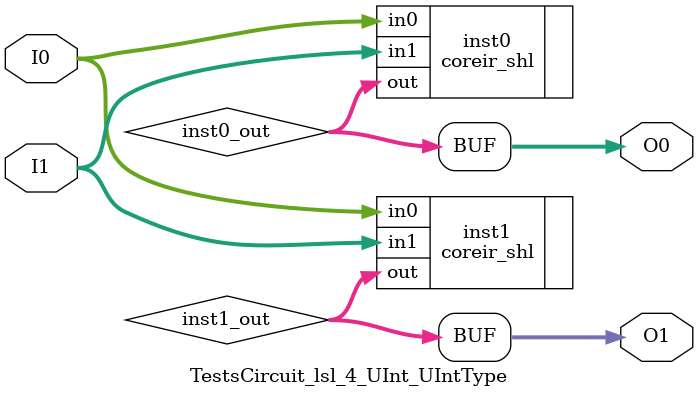
<source format=v>
module TestsCircuit_lsl_4_UInt_UIntType (input [3:0] I0, input [3:0] I1, output [3:0] O0, output [3:0] O1);
wire [3:0] inst0_out;
wire [3:0] inst1_out;
coreir_shl inst0 (.in0(I0), .in1(I1), .out(inst0_out));
coreir_shl inst1 (.in0(I0), .in1(I1), .out(inst1_out));
assign O0 = inst0_out;
assign O1 = inst1_out;
endmodule


</source>
